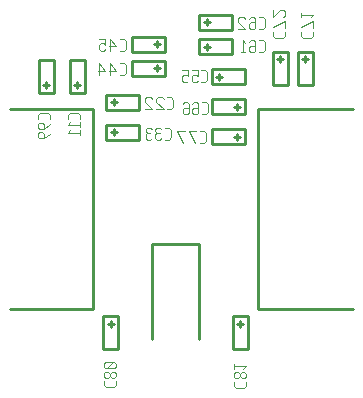
<source format=gbr>
G04 start of page 20 for group -4078 idx -4078 *
G04 Title: IDEF-X, bottomsilk *
G04 Creator: pcb 1.99z *
G04 CreationDate: Mi 20 Jan 2016 16:51:45 GMT UTC *
G04 For: stephan *
G04 Format: Gerber/RS-274X *
G04 PCB-Dimensions (mil): 7874.02 3937.01 *
G04 PCB-Coordinate-Origin: lower left *
%MOIN*%
%FSLAX25Y25*%
%LNBOTTOMSILK*%
%ADD136C,0.0040*%
%ADD135C,0.0100*%
G54D135*X657480Y151575D02*X688976D01*
X602362D02*X574803D01*
X602362D02*Y84646D01*
X657480D02*Y151575D01*
X622047Y106299D02*Y74803D01*
X637795D02*Y106299D01*
X622047D01*
X657480Y84646D02*X688976D01*
X602362D02*X574803D01*
X637807Y182815D02*Y177815D01*
Y182815D02*X648807D01*
Y177815D01*
X637807D02*X648807D01*
X639307Y180315D02*X641307D01*
X640307Y181315D02*Y179315D01*
X605768Y82272D02*X610768D01*
Y71272D01*
X605768D02*X610768D01*
X605768Y82272D02*Y71272D01*
X608268Y80772D02*Y78772D01*
X607268Y79772D02*X609268D01*
X649075Y82272D02*X654075D01*
Y71272D01*
X649075D02*X654075D01*
X649075Y82272D02*Y71272D01*
X651575Y80772D02*Y78772D01*
X650575Y79772D02*X652575D01*
X606902Y141201D02*Y146201D01*
X617902D01*
Y141201D01*
X606902D01*
X608402Y143701D02*X610402D01*
X609402Y142701D02*Y144701D01*
X606902Y151240D02*Y156240D01*
X617902D01*
Y151240D01*
X606902D01*
X608402Y153740D02*X610402D01*
X609402Y152740D02*Y154740D01*
X594744Y156902D02*X599744D01*
X594744Y167902D02*Y156902D01*
Y167902D02*X599744D01*
Y156902D01*
X597244Y160402D02*Y158402D01*
X596244Y159402D02*X598244D01*
X584311Y156902D02*X589311D01*
X584311Y167902D02*Y156902D01*
Y167902D02*X589311D01*
Y156902D01*
X586811Y160402D02*Y158402D01*
X585811Y159402D02*X587811D01*
X662264Y170461D02*X667264D01*
Y159461D01*
X662264D02*X667264D01*
X662264Y170461D02*Y159461D01*
X664764Y168961D02*Y166961D01*
X663764Y167961D02*X665764D01*
X670728Y170461D02*X675728D01*
Y159461D01*
X670728D02*X675728D01*
X670728Y170461D02*Y159461D01*
X673228Y168961D02*Y166961D01*
X672228Y167961D02*X674228D01*
X652941Y144626D02*Y139626D01*
X641941D02*X652941D01*
X641941Y144626D02*Y139626D01*
Y144626D02*X652941D01*
X649441Y142126D02*X651441D01*
X650441Y143126D02*Y141126D01*
X652941Y154665D02*Y149665D01*
X641941D02*X652941D01*
X641941Y154665D02*Y149665D01*
Y154665D02*X652941D01*
X649441Y152165D02*X651441D01*
X650441Y153165D02*Y151165D01*
X641941Y164705D02*Y159705D01*
Y164705D02*X652941D01*
Y159705D01*
X641941D02*X652941D01*
X643441Y162205D02*X645441D01*
X644441Y163205D02*Y161205D01*
X626366Y167461D02*Y162461D01*
X615366D02*X626366D01*
X615366Y167461D02*Y162461D01*
Y167461D02*X626366D01*
X622866Y164961D02*X624866D01*
X623866Y165961D02*Y163961D01*
X637807Y169744D02*Y174744D01*
X648807D01*
Y169744D01*
X637807D01*
X639307Y172244D02*X641307D01*
X640307Y171244D02*Y173244D01*
X626366Y175531D02*Y170531D01*
X615366D02*X626366D01*
X615366Y175531D02*Y170531D01*
Y175531D02*X626366D01*
X622866Y173031D02*X624866D01*
X623866Y174031D02*Y172031D01*
G54D136*X588071Y148000D02*Y149300D01*
X587371Y150000D02*X588071Y149300D01*
X584771Y150000D02*X587371D01*
X584771D02*X584071Y149300D01*
Y148000D02*Y149300D01*
X588071Y146300D02*X586071Y144800D01*
X584571D02*X586071D01*
X584071Y145300D02*X584571Y144800D01*
X584071Y145300D02*Y146300D01*
X584571Y146800D02*X584071Y146300D01*
X584571Y146800D02*X585571D01*
X586071Y146300D01*
Y144800D02*Y146300D01*
X588071Y143100D02*X586071Y141600D01*
X584571D02*X586071D01*
X584071Y142100D02*X584571Y141600D01*
X584071Y142100D02*Y143100D01*
X584571Y143600D02*X584071Y143100D01*
X584571Y143600D02*X585571D01*
X586071Y143100D01*
Y141600D02*Y143100D01*
X598110Y148197D02*Y149497D01*
X597410Y150197D02*X598110Y149497D01*
X594810Y150197D02*X597410D01*
X594810D02*X594110Y149497D01*
Y148197D02*Y149497D01*
X594910Y146997D02*X594110Y146197D01*
X598110D01*
Y145497D02*Y146997D01*
X594910Y144297D02*X594110Y143497D01*
X598110D01*
Y142797D02*Y144297D01*
X606024Y59361D02*Y60661D01*
X606724Y58661D02*X606024Y59361D01*
X606724Y58661D02*X609324D01*
X610024Y59361D01*
Y60661D01*
X606524Y61861D02*X606024Y62361D01*
X606524Y61861D02*X607324D01*
X608024Y62561D01*
Y63161D01*
X607324Y63861D01*
X606524D02*X607324D01*
X606024Y63361D02*X606524Y63861D01*
X606024Y62361D02*Y63361D01*
X608724Y61861D02*X608024Y62561D01*
X608724Y61861D02*X609524D01*
X610024Y62361D01*
Y63361D01*
X609524Y63861D01*
X608724D02*X609524D01*
X608024Y63161D02*X608724Y63861D01*
X606524Y65061D02*X606024Y65561D01*
X606524Y65061D02*X609524D01*
X610024Y65561D01*
Y66561D01*
X609524Y67061D01*
X606524D02*X609524D01*
X606024Y66561D02*X606524Y67061D01*
X606024Y65561D02*Y66561D01*
X607024Y65061D02*X609024Y67061D01*
X649331Y59165D02*Y60465D01*
X650031Y58465D02*X649331Y59165D01*
X650031Y58465D02*X652631D01*
X653331Y59165D01*
Y60465D01*
X649831Y61665D02*X649331Y62165D01*
X649831Y61665D02*X650631D01*
X651331Y62365D01*
Y62965D01*
X650631Y63665D01*
X649831D02*X650631D01*
X649331Y63165D02*X649831Y63665D01*
X649331Y62165D02*Y63165D01*
X652031Y61665D02*X651331Y62365D01*
X652031Y61665D02*X652831D01*
X653331Y62165D01*
Y63165D01*
X652831Y63665D01*
X652031D02*X652831D01*
X651331Y62965D02*X652031Y63665D01*
X652531Y64865D02*X653331Y65665D01*
X649331D02*X653331D01*
X649331Y64865D02*Y66365D01*
X662323Y175897D02*Y177197D01*
X663023Y175197D02*X662323Y175897D01*
X663023Y175197D02*X665623D01*
X666323Y175897D01*
Y177197D01*
X662323Y178897D02*X666323Y180897D01*
Y178397D02*Y180897D01*
X665823Y182097D02*X666323Y182597D01*
Y184097D01*
X665823Y184597D01*
X664823D02*X665823D01*
X662323Y182097D02*X664823Y184597D01*
X662323Y182097D02*Y184597D01*
X671772Y175897D02*Y177197D01*
X672472Y175197D02*X671772Y175897D01*
X672472Y175197D02*X675072D01*
X675772Y175897D01*
Y177197D01*
X671772Y178897D02*X675772Y180897D01*
Y178397D02*Y180897D01*
X674972Y182097D02*X675772Y182897D01*
X671772D02*X675772D01*
X671772Y182097D02*Y183597D01*
X657646Y178071D02*X658946D01*
X659646Y178771D02*X658946Y178071D01*
X659646Y178771D02*Y181371D01*
X658946Y182071D01*
X657646D02*X658946D01*
X654946D02*X654446Y181571D01*
X654946Y182071D02*X655946D01*
X656446Y181571D02*X655946Y182071D01*
X656446Y178571D02*Y181571D01*
Y178571D02*X655946Y178071D01*
X654946Y180271D02*X654446Y179771D01*
X654946Y180271D02*X656446D01*
X654946Y178071D02*X655946D01*
X654946D02*X654446Y178571D01*
Y179771D01*
X653246Y181571D02*X652746Y182071D01*
X651246D02*X652746D01*
X651246D02*X650746Y181571D01*
Y180571D02*Y181571D01*
X653246Y178071D02*X650746Y180571D01*
Y178071D02*X653246D01*
X657646Y170394D02*X658946D01*
X659646Y171094D02*X658946Y170394D01*
X659646Y171094D02*Y173694D01*
X658946Y174394D01*
X657646D02*X658946D01*
X654946D02*X654446Y173894D01*
X654946Y174394D02*X655946D01*
X656446Y173894D02*X655946Y174394D01*
X656446Y170894D02*Y173894D01*
Y170894D02*X655946Y170394D01*
X654946Y172594D02*X654446Y172094D01*
X654946Y172594D02*X656446D01*
X654946Y170394D02*X655946D01*
X654946D02*X654446Y170894D01*
Y172094D01*
X653246Y173594D02*X652446Y174394D01*
Y170394D02*Y174394D01*
X651746Y170394D02*X653246D01*
X626346Y141260D02*X627646D01*
X628346Y141960D02*X627646Y141260D01*
X628346Y141960D02*Y144560D01*
X627646Y145260D01*
X626346D02*X627646D01*
X625146Y144760D02*X624646Y145260D01*
X623646D02*X624646D01*
X623646D02*X623146Y144760D01*
X623646Y141260D02*X623146Y141760D01*
X623646Y141260D02*X624646D01*
X625146Y141760D02*X624646Y141260D01*
X623646Y143460D02*X624646D01*
X623146Y143960D02*Y144760D01*
Y141760D02*Y142960D01*
X623646Y143460D01*
X623146Y143960D02*X623646Y143460D01*
X621946Y144760D02*X621446Y145260D01*
X620446D02*X621446D01*
X620446D02*X619946Y144760D01*
X620446Y141260D02*X619946Y141760D01*
X620446Y141260D02*X621446D01*
X621946Y141760D02*X621446Y141260D01*
X620446Y143460D02*X621446D01*
X619946Y143960D02*Y144760D01*
Y141760D02*Y142960D01*
X620446Y143460D01*
X619946Y143960D02*X620446Y143460D01*
X627134Y151299D02*X628434D01*
X629134Y151999D02*X628434Y151299D01*
X629134Y151999D02*Y154599D01*
X628434Y155299D01*
X627134D02*X628434D01*
X625934Y154799D02*X625434Y155299D01*
X623934D02*X625434D01*
X623934D02*X623434Y154799D01*
Y153799D02*Y154799D01*
X625934Y151299D02*X623434Y153799D01*
Y151299D02*X625934D01*
X622234Y154799D02*X621734Y155299D01*
X620234D02*X621734D01*
X620234D02*X619734Y154799D01*
Y153799D02*Y154799D01*
X622234Y151299D02*X619734Y153799D01*
Y151299D02*X622234D01*
X637961Y140079D02*X639261D01*
X639961Y140779D02*X639261Y140079D01*
X639961Y140779D02*Y143379D01*
X639261Y144079D01*
X637961D02*X639261D01*
X636261Y140079D02*X634261Y144079D01*
X636761D01*
X632561Y140079D02*X630561Y144079D01*
X633061D01*
X638748Y149724D02*X640048D01*
X640748Y150424D02*X640048Y149724D01*
X640748Y150424D02*Y153024D01*
X640048Y153724D01*
X638748D02*X640048D01*
X636048D02*X635548Y153224D01*
X636048Y153724D02*X637048D01*
X637548Y153224D02*X637048Y153724D01*
X637548Y150224D02*Y153224D01*
Y150224D02*X637048Y149724D01*
X636048Y151924D02*X635548Y151424D01*
X636048Y151924D02*X637548D01*
X636048Y149724D02*X637048D01*
X636048D02*X635548Y150224D01*
Y151424D01*
X632848Y153724D02*X632348Y153224D01*
X632848Y153724D02*X633848D01*
X634348Y153224D02*X633848Y153724D01*
X634348Y150224D02*Y153224D01*
Y150224D02*X633848Y149724D01*
X632848Y151924D02*X632348Y151424D01*
X632848Y151924D02*X634348D01*
X632848Y149724D02*X633848D01*
X632848D02*X632348Y150224D01*
Y151424D01*
X638551Y160354D02*X639851D01*
X640551Y161054D02*X639851Y160354D01*
X640551Y161054D02*Y163654D01*
X639851Y164354D01*
X638551D02*X639851D01*
X635351D02*X637351D01*
Y162354D02*Y164354D01*
Y162354D02*X636851Y162854D01*
X635851D02*X636851D01*
X635851D02*X635351Y162354D01*
Y160854D02*Y162354D01*
X635851Y160354D02*X635351Y160854D01*
X635851Y160354D02*X636851D01*
X637351Y160854D02*X636851Y160354D01*
X632151Y164354D02*X634151D01*
Y162354D02*Y164354D01*
Y162354D02*X633651Y162854D01*
X632651D02*X633651D01*
X632651D02*X632151Y162354D01*
Y160854D02*Y162354D01*
X632651Y160354D02*X632151Y160854D01*
X632651Y160354D02*X633651D01*
X634151Y160854D02*X633651Y160354D01*
X611386Y162717D02*X612686D01*
X613386Y163417D02*X612686Y162717D01*
X613386Y163417D02*Y166017D01*
X612686Y166717D01*
X611386D02*X612686D01*
X610186Y164217D02*X608186Y166717D01*
X607686Y164217D02*X610186D01*
X608186Y162717D02*Y166717D01*
X606486Y164217D02*X604486Y166717D01*
X603986Y164217D02*X606486D01*
X604486Y162717D02*Y166717D01*
X611386Y170787D02*X612686D01*
X613386Y171487D02*X612686Y170787D01*
X613386Y171487D02*Y174087D01*
X612686Y174787D01*
X611386D02*X612686D01*
X610186Y172287D02*X608186Y174787D01*
X607686Y172287D02*X610186D01*
X608186Y170787D02*Y174787D01*
X604486D02*X606486D01*
Y172787D02*Y174787D01*
Y172787D02*X605986Y173287D01*
X604986D02*X605986D01*
X604986D02*X604486Y172787D01*
Y171287D02*Y172787D01*
X604986Y170787D02*X604486Y171287D01*
X604986Y170787D02*X605986D01*
X606486Y171287D02*X605986Y170787D01*
M02*

</source>
